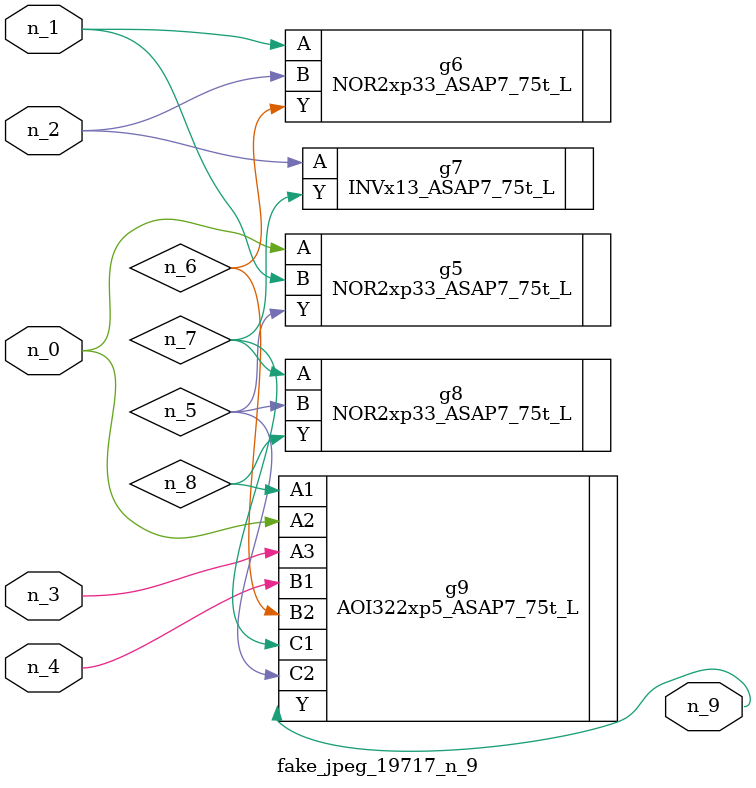
<source format=v>
module fake_jpeg_19717_n_9 (n_3, n_2, n_1, n_0, n_4, n_9);

input n_3;
input n_2;
input n_1;
input n_0;
input n_4;

output n_9;

wire n_8;
wire n_6;
wire n_5;
wire n_7;

NOR2xp33_ASAP7_75t_L g5 ( 
.A(n_0),
.B(n_1),
.Y(n_5)
);

NOR2xp33_ASAP7_75t_L g6 ( 
.A(n_1),
.B(n_2),
.Y(n_6)
);

INVx13_ASAP7_75t_L g7 ( 
.A(n_2),
.Y(n_7)
);

NOR2xp33_ASAP7_75t_L g8 ( 
.A(n_7),
.B(n_5),
.Y(n_8)
);

AOI322xp5_ASAP7_75t_L g9 ( 
.A1(n_8),
.A2(n_0),
.A3(n_3),
.B1(n_4),
.B2(n_6),
.C1(n_7),
.C2(n_5),
.Y(n_9)
);


endmodule
</source>
